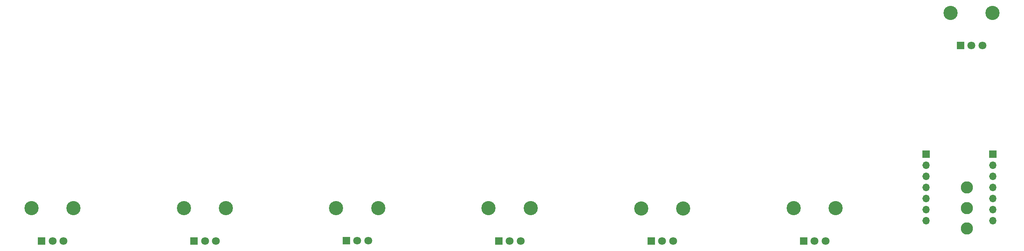
<source format=gbr>
%TF.GenerationSoftware,KiCad,Pcbnew,7.0.5-0*%
%TF.CreationDate,2023-08-11T11:25:24-04:00*%
%TF.ProjectId,AmpSim,416d7053-696d-42e6-9b69-6361645f7063,rev?*%
%TF.SameCoordinates,Original*%
%TF.FileFunction,Soldermask,Bot*%
%TF.FilePolarity,Negative*%
%FSLAX46Y46*%
G04 Gerber Fmt 4.6, Leading zero omitted, Abs format (unit mm)*
G04 Created by KiCad (PCBNEW 7.0.5-0) date 2023-08-11 11:25:24*
%MOMM*%
%LPD*%
G01*
G04 APERTURE LIST*
%ADD10C,2.800000*%
%ADD11C,1.800000*%
%ADD12R,1.800000X1.800000*%
%ADD13C,3.240000*%
%ADD14R,1.700000X1.700000*%
%ADD15O,1.700000X1.700000*%
G04 APERTURE END LIST*
D10*
%TO.C,SW1*%
X270500000Y-212900000D03*
X270500000Y-208200000D03*
X270500000Y-203500000D03*
%TD*%
D11*
%TO.C,RV2*%
X133780000Y-215725000D03*
X131280000Y-215725000D03*
D12*
X128780000Y-215725000D03*
D13*
X136080000Y-208225000D03*
X126480000Y-208225000D03*
%TD*%
D11*
%TO.C,RV4*%
X274000000Y-171000000D03*
X271500000Y-171000000D03*
D12*
X269000000Y-171000000D03*
D13*
X276300000Y-163500000D03*
X266700000Y-163500000D03*
%TD*%
D11*
%TO.C,RV6*%
X64220000Y-215735000D03*
X61720000Y-215735000D03*
D12*
X59220000Y-215735000D03*
D13*
X66520000Y-208235000D03*
X56920000Y-208235000D03*
%TD*%
D11*
%TO.C,RV5*%
X203390000Y-215785000D03*
X200890000Y-215785000D03*
D12*
X198390000Y-215785000D03*
D13*
X205690000Y-208285000D03*
X196090000Y-208285000D03*
%TD*%
D11*
%TO.C,RV1*%
X168570000Y-215765000D03*
X166070000Y-215765000D03*
D12*
X163570000Y-215765000D03*
D13*
X170870000Y-208265000D03*
X161270000Y-208265000D03*
%TD*%
D11*
%TO.C,RV3*%
X99030000Y-215765000D03*
X96530000Y-215765000D03*
D12*
X94030000Y-215765000D03*
D13*
X101330000Y-208265000D03*
X91730000Y-208265000D03*
%TD*%
%TO.C,RV7*%
X230890000Y-208260000D03*
X240490000Y-208260000D03*
D12*
X233190000Y-215760000D03*
D11*
X235690000Y-215760000D03*
X238190000Y-215760000D03*
%TD*%
D14*
%TO.C,J2*%
X261160000Y-195860000D03*
D15*
X261160000Y-198400000D03*
X261160000Y-200940000D03*
X261160000Y-203480000D03*
X261160000Y-206020000D03*
X261160000Y-208560000D03*
X261160000Y-211100000D03*
%TD*%
D14*
%TO.C,J1*%
X276400000Y-195840000D03*
D15*
X276400000Y-198380000D03*
X276400000Y-200920000D03*
X276400000Y-203460000D03*
X276400000Y-206000000D03*
X276400000Y-208540000D03*
X276400000Y-211080000D03*
%TD*%
M02*

</source>
